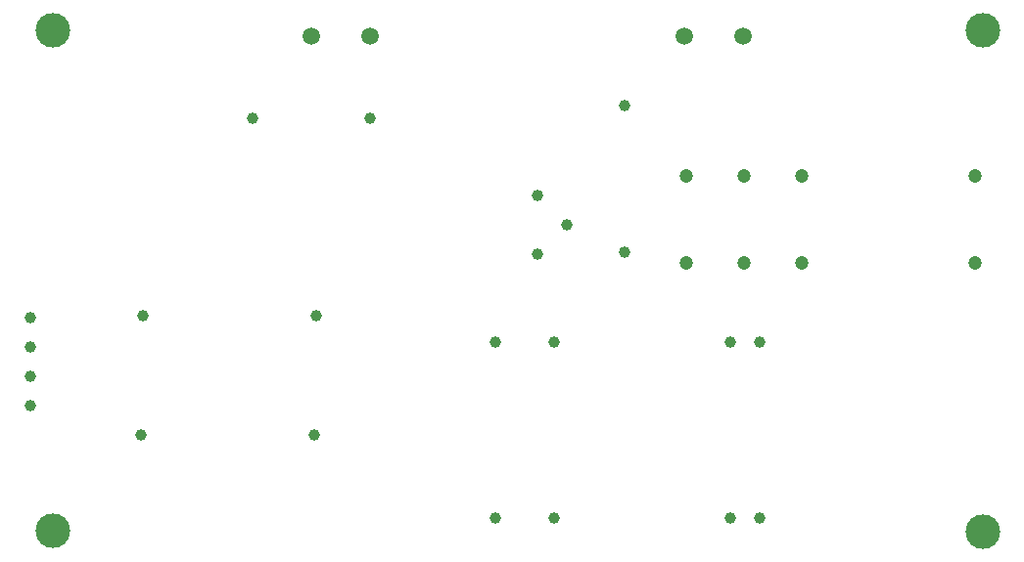
<source format=gbr>
G04 Generated by Ultiboard 13.0 *
%FSLAX34Y34*%
%MOMM*%

%ADD11C,1.5000*%
%ADD12C,1.0000*%
%ADD13C,1.2000*%
%ADD14C,0.6000*%
%ADD15C,3.0000*%


G04 ColorRGB 000000 for the following layer *
%LNDrill-Copper Top-Copper Bottom*%
%LPD*%
G54D11*
X263067Y555018D03*
X313867Y555018D03*
X586247Y555417D03*
X637047Y555417D03*
G54D12*
X117696Y312591D03*
X267696Y312591D03*
X116155Y209652D03*
X266155Y209652D03*
X20139Y235386D03*
X20139Y260786D03*
X20139Y286186D03*
X20139Y311586D03*
X458753Y366336D03*
X484153Y391736D03*
X458753Y417136D03*
X212276Y483929D03*
X313876Y483929D03*
X534325Y368258D03*
X534325Y495258D03*
X651300Y290001D03*
X625900Y290001D03*
X473500Y290001D03*
X422700Y290001D03*
X651300Y137801D03*
X625900Y137801D03*
X422700Y137801D03*
X473500Y137801D03*
G54D13*
X587617Y358562D03*
X637617Y358562D03*
X837617Y358562D03*
X587617Y433562D03*
X637617Y433562D03*
X687617Y433562D03*
X837617Y433562D03*
X687617Y358562D03*
G54D14*
X532351Y368640D03*
X460333Y418525D03*
G54D15*
X843826Y559737D03*
X843804Y126129D03*
X40011Y126835D03*
X39757Y559794D03*

M02*

</source>
